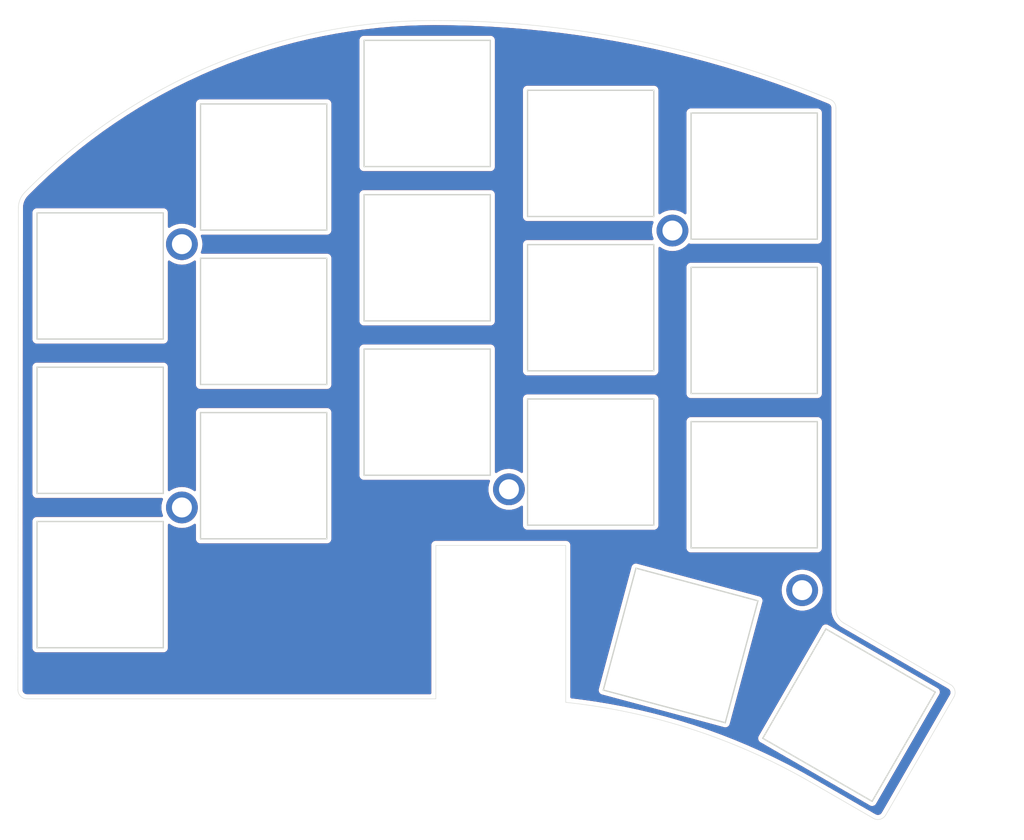
<source format=kicad_pcb>
(kicad_pcb (version 20211014) (generator pcbnew)
  (title_block (title "One Fell Swoop") (date "2021-11-27") (rev "0.3") (company "jmnw"))
  (layers (0 "F.Cu" signal) (31 "B.Cu" signal) (34 "B.Paste" user) (35 "F.Paste" user) (36 "B.SilkS" user "B.Silkscreen") (37 "F.SilkS" user "F.Silkscreen") (38 "B.Mask" user) (39 "F.Mask" user) (44 "Edge.Cuts" user))
  (net 0 "")
  (footprint "swoop:M2_hole_3.5mm" (layer "F.Cu") (at 135.067714 82.371243)
    (fp_text reference "H3" hide)
    (fp_text value "M2 Hole" hide)
    (pad "" thru_hole circle (at 0 0) (size 3.5 3.5) (drill 2.2) (layers *.Cu *.Mask))
  )
  (footprint "swoop:Choc_cutout" (layer "F.Cu") (at 108.068715 102.37124)
    (fp_text reference "SW13" hide)
    (fp_text value "Choc cutout" hide)
    (fp_line (start -6.95 -6.95) (end 6.95 -6.95) (layer "Edge.Cuts") (width 0.15))
    (fp_line (start 6.95 6.95) (end 6.95 -6.95) (layer "Edge.Cuts") (width 0.15))
    (fp_line (start -6.95 6.95) (end 6.95 6.95) (layer "Edge.Cuts") (width 0.15))
    (fp_line (start -6.95 6.95) (end -6.95 -6.95) (layer "Edge.Cuts") (width 0.15))
  )
  (footprint "swoop:M2_hole_3.5mm" (layer "F.Cu") (at 81.068712 83.871741)
    (fp_text reference "H1" hide)
    (fp_text value "M2 Hole" hide)
    (pad "" thru_hole circle (at 0 0) (size 3.5 3.5) (drill 2.2) (layers *.Cu *.Mask))
  )
  (footprint "swoop:Choc_cutout" (layer "F.Cu") (at 154.505679 135.749861 -30)
    (fp_text reference "SW17" hide)
    (fp_text value "Choc cutout" hide)
    (fp_line (start -6.95 6.95) (end 6.95 6.95) (layer "Edge.Cuts") (width 0.15))
    (fp_line (start -6.95 -6.95) (end 6.95 -6.95) (layer "Edge.Cuts") (width 0.15))
    (fp_line (start -6.95 6.95) (end -6.95 -6.95) (layer "Edge.Cuts") (width 0.15))
    (fp_line (start 6.95 6.95) (end 6.95 -6.95) (layer "Edge.Cuts") (width 0.15))
  )
  (footprint "swoop:Choc_cutout" (layer "F.Cu") (at 126.067714 90.871239)
    (fp_text reference "SW9" hide)
    (fp_text value "Choc cutout" hide)
    (fp_line (start -6.95 6.95) (end 6.95 6.95) (layer "Edge.Cuts") (width 0.15))
    (fp_line (start -6.95 6.95) (end -6.95 -6.95) (layer "Edge.Cuts") (width 0.15))
    (fp_line (start -6.95 -6.95) (end 6.95 -6.95) (layer "Edge.Cuts") (width 0.15))
    (fp_line (start 6.95 6.95) (end 6.95 -6.95) (layer "Edge.Cuts") (width 0.15))
  )
  (footprint "swoop:Choc_cutout" (layer "F.Cu") (at 72.068714 121.371741)
    (fp_text reference "SW11" hide)
    (fp_text value "Choc cutout" hide)
    (fp_line (start -6.95 6.95) (end 6.95 6.95) (layer "Edge.Cuts") (width 0.15))
    (fp_line (start -6.95 -6.95) (end 6.95 -6.95) (layer "Edge.Cuts") (width 0.15))
    (fp_line (start 6.95 6.95) (end 6.95 -6.95) (layer "Edge.Cuts") (width 0.15))
    (fp_line (start -6.95 6.95) (end -6.95 -6.95) (layer "Edge.Cuts") (width 0.15))
  )
  (footprint "swoop:Choc_cutout" (layer "F.Cu") (at 144.068715 93.371244)
    (fp_text reference "SW10" hide)
    (fp_text value "Choc cutout" hide)
    (fp_line (start -6.95 -6.95) (end 6.95 -6.95) (layer "Edge.Cuts") (width 0.15))
    (fp_line (start -6.95 6.95) (end -6.95 -6.95) (layer "Edge.Cuts") (width 0.15))
    (fp_line (start -6.95 6.95) (end 6.95 6.95) (layer "Edge.Cuts") (width 0.15))
    (fp_line (start 6.95 6.95) (end 6.95 -6.95) (layer "Edge.Cuts") (width 0.15))
  )
  (footprint "swoop:Choc_cutout" (layer "F.Cu") (at 72.068711 104.371738)
    (fp_text reference "SW6" hide)
    (fp_text value "Choc cutout" hide)
    (fp_line (start -6.95 6.95) (end -6.95 -6.95) (layer "Edge.Cuts") (width 0.15))
    (fp_line (start -6.95 -6.95) (end 6.95 -6.95) (layer "Edge.Cuts") (width 0.15))
    (fp_line (start -6.95 6.95) (end 6.95 6.95) (layer "Edge.Cuts") (width 0.15))
    (fp_line (start 6.95 6.95) (end 6.95 -6.95) (layer "Edge.Cuts") (width 0.15))
  )
  (footprint "swoop:Choc_cutout" (layer "F.Cu") (at 90.068717 109.371743)
    (fp_text reference "SW12" hide)
    (fp_text value "Choc cutout" hide)
    (fp_line (start -6.95 -6.95) (end 6.95 -6.95) (layer "Edge.Cuts") (width 0.15))
    (fp_line (start -6.95 6.95) (end 6.95 6.95) (layer "Edge.Cuts") (width 0.15))
    (fp_line (start 6.95 6.95) (end 6.95 -6.95) (layer "Edge.Cuts") (width 0.15))
    (fp_line (start -6.95 6.95) (end -6.95 -6.95) (layer "Edge.Cuts") (width 0.15))
  )
  (footprint "swoop:Choc_cutout" (layer "F.Cu") (at 108.068712 68.371242)
    (fp_text reference "SW3" hide)
    (fp_text value "Choc cutout" hide)
    (fp_line (start -6.95 -6.95) (end 6.95 -6.95) (layer "Edge.Cuts") (width 0.15))
    (fp_line (start 6.95 6.95) (end 6.95 -6.95) (layer "Edge.Cuts") (width 0.15))
    (fp_line (start -6.95 6.95) (end -6.95 -6.95) (layer "Edge.Cuts") (width 0.15))
    (fp_line (start -6.95 6.95) (end 6.95 6.95) (layer "Edge.Cuts") (width 0.15))
  )
  (footprint "swoop:Choc_cutout" (layer "F.Cu") (at 144.068714 76.37124)
    (fp_text reference "SW5" hide)
    (fp_text value "Choc cutout" hide)
    (fp_line (start -6.95 6.95) (end -6.95 -6.95) (layer "Edge.Cuts") (width 0.15))
    (fp_line (start -6.95 6.95) (end 6.95 6.95) (layer "Edge.Cuts") (width 0.15))
    (fp_line (start -6.95 -6.95) (end 6.95 -6.95) (layer "Edge.Cuts") (width 0.15))
    (fp_line (start 6.95 6.95) (end 6.95 -6.95) (layer "Edge.Cuts") (width 0.15))
  )
  (footprint "swoop:Choc_cutout" (layer "F.Cu") (at 72.06871 87.371742)
    (fp_text reference "SW1" hide)
    (fp_text value "Choc cutout" hide)
    (fp_line (start -6.95 -6.95) (end 6.95 -6.95) (layer "Edge.Cuts") (width 0.15))
    (fp_line (start -6.95 6.95) (end 6.95 6.95) (layer "Edge.Cuts") (width 0.15))
    (fp_line (start 6.95 6.95) (end 6.95 -6.95) (layer "Edge.Cuts") (width 0.15))
    (fp_line (start -6.95 6.95) (end -6.95 -6.95) (layer "Edge.Cuts") (width 0.15))
  )
  (footprint "swoop:Choc_cutout" (layer "F.Cu") (at 126.067712 107.871242)
    (fp_text reference "SW14" hide)
    (fp_text value "Choc cutout" hide)
    (fp_line (start -6.95 6.95) (end 6.95 6.95) (layer "Edge.Cuts") (width 0.15))
    (fp_line (start -6.95 6.95) (end -6.95 -6.95) (layer "Edge.Cuts") (width 0.15))
    (fp_line (start 6.95 6.95) (end 6.95 -6.95) (layer "Edge.Cuts") (width 0.15))
    (fp_line (start -6.95 -6.95) (end 6.95 -6.95) (layer "Edge.Cuts") (width 0.15))
  )
  (footprint "swoop:Choc_cutout" (layer "F.Cu") (at 90.068716 92.371737)
    (fp_text reference "SW7" hide)
    (fp_text value "Choc cutout" hide)
    (fp_line (start -6.95 6.95) (end 6.95 6.95) (layer "Edge.Cuts") (width 0.15))
    (fp_line (start 6.95 6.95) (end 6.95 -6.95) (layer "Edge.Cuts") (width 0.15))
    (fp_line (start -6.95 -6.95) (end 6.95 -6.95) (layer "Edge.Cuts") (width 0.15))
    (fp_line (start -6.95 6.95) (end -6.95 -6.95) (layer "Edge.Cuts") (width 0.15))
  )
  (footprint "swoop:Choc_cutout" (layer "F.Cu") (at 126.067716 73.871244)
    (fp_text reference "SW4" hide)
    (fp_text value "Choc cutout" hide)
    (fp_line (start 6.95 6.95) (end 6.95 -6.95) (layer "Edge.Cuts") (width 0.15))
    (fp_line (start -6.95 6.95) (end -6.95 -6.95) (layer "Edge.Cuts") (width 0.15))
    (fp_line (start -6.95 -6.95) (end 6.95 -6.95) (layer "Edge.Cuts") (width 0.15))
    (fp_line (start -6.95 6.95) (end 6.95 6.95) (layer "Edge.Cuts") (width 0.15))
  )
  (footprint "swoop:M2_hole_3.5mm" (layer "F.Cu") (at 81.068712 112.871739)
    (fp_text reference "H2" hide)
    (fp_text value "M2 Hole" hide)
    (pad "" thru_hole circle (at 0 0) (size 3.5 3.5) (drill 2.2) (layers *.Cu *.Mask))
  )
  (footprint "swoop:Choc_cutout" (layer "F.Cu") (at 135.967756 128.070942 -15)
    (fp_text reference "SW16" hide)
    (fp_text value "Choc cutout" hide)
    (fp_line (start 6.95 6.95) (end 6.95 -6.95) (layer "Edge.Cuts") (width 0.15))
    (fp_line (start -6.95 -6.95) (end 6.95 -6.95) (layer "Edge.Cuts") (width 0.15))
    (fp_line (start -6.95 6.95) (end -6.95 -6.95) (layer "Edge.Cuts") (width 0.15))
    (fp_line (start -6.95 6.95) (end 6.95 6.95) (layer "Edge.Cuts") (width 0.15))
  )
  (footprint "swoop:Choc_cutout" (layer "F.Cu") (at 108.068714 85.371239)
    (fp_text reference "SW8" hide)
    (fp_text value "Choc cutout" hide)
    (fp_line (start -6.95 -6.95) (end 6.95 -6.95) (layer "Edge.Cuts") (width 0.15))
    (fp_line (start -6.95 6.95) (end -6.95 -6.95) (layer "Edge.Cuts") (width 0.15))
    (fp_line (start 6.95 6.95) (end 6.95 -6.95) (layer "Edge.Cuts") (width 0.15))
    (fp_line (start -6.95 6.95) (end 6.95 6.95) (layer "Edge.Cuts") (width 0.15))
  )
  (footprint "swoop:M2_hole_3.5mm" (layer "F.Cu") (at 117.068715 110.871238)
    (fp_text reference "H4" hide)
    (fp_text value "M2 Hole" hide)
    (pad "" thru_hole circle (at 0 0) (size 3.5 3.5) (drill 2.2) (layers *.Cu *.Mask))
  )
  (footprint "swoop:M2_hole_3.5mm" (layer "F.Cu") (at 149.34987 121.981673)
    (fp_text reference "H4" hide)
    (fp_text value "M2 Hole" hide)
    (pad "" thru_hole circle (at 0 0) (size 3.5 3.5) (drill 2.2) (layers *.Cu *.Mask))
  )
  (footprint "swoop:Choc_cutout" (layer "F.Cu") (at 144.068718 110.371239)
    (fp_text reference "SW15" hide)
    (fp_text value "Choc cutout" hide)
    (fp_line (start -6.95 6.95) (end -6.95 -6.95) (layer "Edge.Cuts") (width 0.15))
    (fp_line (start -6.95 6.95) (end 6.95 6.95) (layer "Edge.Cuts") (width 0.15))
    (fp_line (start 6.95 6.95) (end 6.95 -6.95) (layer "Edge.Cuts") (width 0.15))
    (fp_line (start -6.95 -6.95) (end 6.95 -6.95) (layer "Edge.Cuts") (width 0.15))
  )
  (footprint "swoop:Choc_cutout" (layer "F.Cu") (at 90.068712 75.371742)
    (fp_text reference "SW2" hide)
    (fp_text value "Choc cutout" hide)
    (fp_line (start 6.95 6.95) (end 6.95 -6.95) (layer "Edge.Cuts") (width 0.15))
    (fp_line (start -6.95 -6.95) (end 6.95 -6.95) (layer "Edge.Cuts") (width 0.15))
    (fp_line (start -6.95 6.95) (end -6.95 -6.95) (layer "Edge.Cuts") (width 0.15))
    (fp_line (start -6.95 6.95) (end 6.95 6.95) (layer "Edge.Cuts") (width 0.15))
  )
  (gr_line (start 63.069272 79.872694) (end 63.01514 132.951598) (layer "Edge.Cuts") (width 0.05))
  (gr_line (start 109.027 117.052096) (end 123.322858 117.052495) (layer "Edge.Cuts") (width 0.05))
  (gr_arc (start 63.069272 79.872694) (mid 63.248737 78.955554) (end 63.760713 78.173739) (layer "Edge.Cuts") (width 0.05))
  (gr_arc (start 64.015142 133.951601) (mid 63.308034 133.658706) (end 63.01514 132.951598) (layer "Edge.Cuts") (width 0.05))
  (gr_line (start 153.068213 68.870908) (end 153.068341 124.104714) (layer "Edge.Cuts") (width 0.05))
  (gr_line (start 165.684221 132.388743) (end 153.934626 125.604564) (layer "Edge.Cuts") (width 0.05))
  (gr_line (start 109.027 117.052096) (end 109.027 133.952) (layer "Edge.Cuts") (width 0.05))
  (gr_line (start 109.027 133.952) (end 64.015142 133.951601) (layer "Edge.Cuts") (width 0.05))
  (gr_line (start 157.184299 147.110821) (end 150.256275 143.110923) (layer "Edge.Cuts") (width 0.05))
  (gr_arc (start 165.684221 132.388743) (mid 166.150148 132.995948) (end 166.05025 133.754768) (layer "Edge.Cuts") (width 0.05))
  (gr_arc (start 108.844098 59.236877) (mid 131.0768 61.432294) (end 152.450711 67.933741) (layer "Edge.Cuts") (width 0.05))
  (gr_arc (start 123.322858 134.337399) (mid 137.249028 137.313682) (end 150.256275 143.110923) (layer "Edge.Cuts") (width 0.05))
  (gr_arc (start 152.450711 67.933741) (mid 152.903728 68.307267) (end 153.068213 68.870908) (layer "Edge.Cuts") (width 0.05))
  (gr_arc (start 158.550324 146.744792) (mid 157.943119 147.21072) (end 157.184299 147.110821) (layer "Edge.Cuts") (width 0.05))
  (gr_arc (start 153.934626 125.604564) (mid 153.300542 124.970699) (end 153.068341 124.104714) (layer "Edge.Cuts") (width 0.05))
  (gr_line (start 158.550324 146.744792) (end 166.05025 133.754768) (layer "Edge.Cuts") (width 0.05))
  (gr_line (start 123.322858 117.052495) (end 123.322858 134.337399) (layer "Edge.Cuts") (width 0.05))
  (gr_arc (start 63.760713 78.173739) (mid 84.394584 64.163318) (end 108.844098 59.236877) (layer "Edge.Cuts") (width 0.05))
  (zone (net 0) (net_name "") (layers F&B.Cu) (connect_pads (clearance 0.508)) (min_thickness 0.254) (fill yes (thermal_gap 0.508) (thermal_bridge_width 0.508) (island_removal_mode 1) (island_area_min 0))
    (polygon (pts (xy 172.827437 149.483552) (xy 61.515533 149.483552) (xy 61.043747 57.95716) (xy 173.771405 56.974784)))
  )
)
</source>
